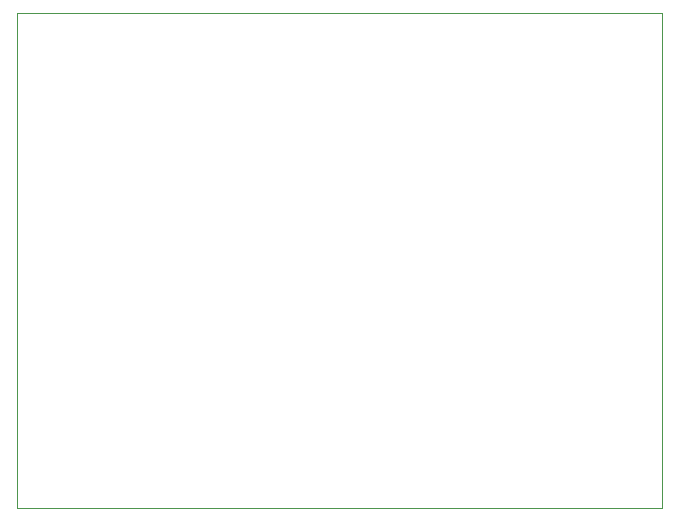
<source format=gbr>
G04 #@! TF.FileFunction,Profile,NP*
%FSLAX46Y46*%
G04 Gerber Fmt 4.6, Leading zero omitted, Abs format (unit mm)*
G04 Created by KiCad (PCBNEW 4.0.1-stable) date 14.01.2016 22:08:46*
%MOMM*%
G01*
G04 APERTURE LIST*
%ADD10C,0.100000*%
G04 APERTURE END LIST*
D10*
X100330000Y-101600000D02*
X154940000Y-101600000D01*
X100330000Y-60960000D02*
X100330000Y-101600000D01*
X154940000Y-59690000D02*
X100330000Y-59690000D01*
X100330000Y-60960000D02*
X100330000Y-59690000D01*
X100330000Y-59690000D02*
X100330000Y-60325000D01*
X154940000Y-101600000D02*
X154940000Y-59690000D01*
M02*

</source>
